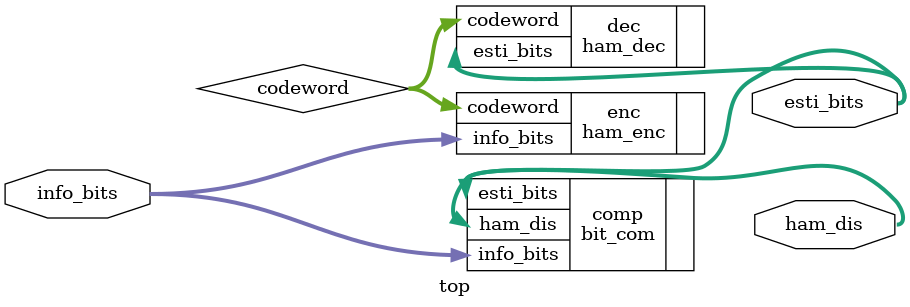
<source format=v>
`timescale 1ns/100ps

module top(info_bits, esti_bits, ham_dis);
    input [11:0]info_bits;
    output [11:0]esti_bits;
    output [3:0]ham_dis;

    wire [16:0]codeword;

    //ham_enc, ham_dec, bit_com Instantiation
    ham_enc enc(.info_bits(info_bits), .codeword(codeword));
    ham_dec dec(.codeword(codeword), .esti_bits(esti_bits));
    bit_com comp(.info_bits(info_bits), .esti_bits(esti_bits), .ham_dis(ham_dis));
    
endmodule

</source>
